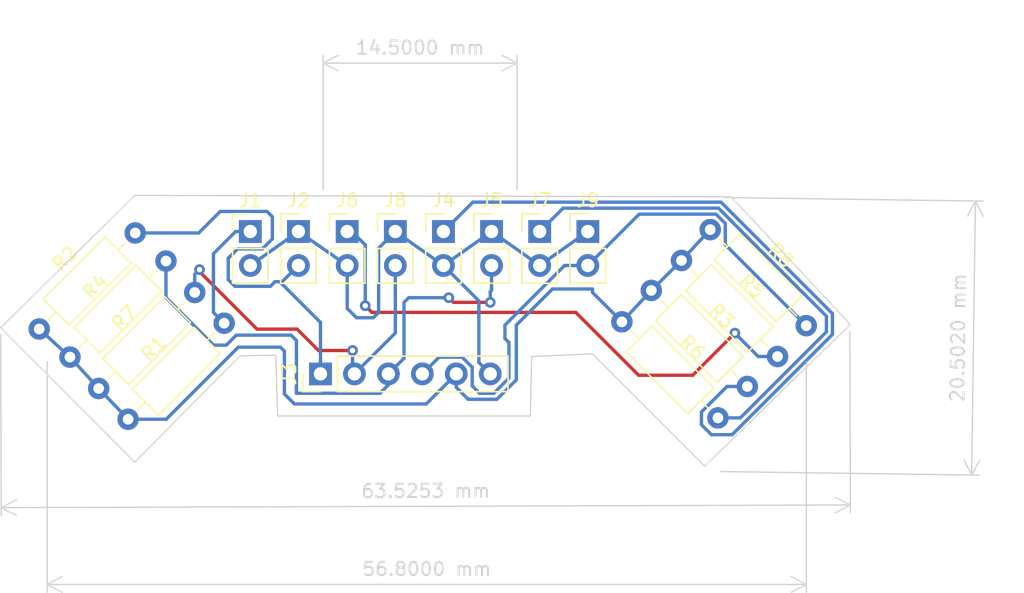
<source format=kicad_pcb>
(kicad_pcb (version 20211014) (generator pcbnew)
  (layers (0 "F.Cu" signal) (31 "B.Cu" signal) (34 "B.Paste" user) (35 "F.Paste" user) (36 "B.SilkS" user "B.Silkscreen") (37 "F.SilkS" user "F.Silkscreen") (38 "B.Mask" user) (39 "F.Mask" user) (44 "Edge.Cuts" user))
  (net 0 "")
  (net 1 "Net-(J1-Pad1)")
  (net 2 "GND")
  (net 3 "OUT1")
  (net 4 "VCC")
  (net 5 "OUT2")
  (net 6 "OUT3")
  (net 7 "OUT4")
  (net 8 "Net-(J4-Pad1)")
  (net 9 "Net-(J6-Pad1)")
  (net 10 "Net-(J7-Pad1)")
  (footprint "Connector_PinHeader_2.54mm:PinHeader_1x06_P2.54mm_Vertical" (layer "F.Cu") (at 175.55 93.95 90)
    (fp_text reference "J3" (at 0 -2.33 90) (layer "F.SilkS"))
    (fp_text value "Sensors_out_to_IR Coupler")
    (fp_line (start -1.33 -1.33) (end 0 -1.33) (layer "F.SilkS") (width 0.12))
    (fp_line (start -1.33 1.27) (end -1.33 14.03) (layer "F.SilkS") (width 0.12))
    (fp_line (start -1.33 14.03) (end 1.33 14.03) (layer "F.SilkS") (width 0.12))
    (fp_line (start 1.33 1.27) (end 1.33 14.03) (layer "F.SilkS") (width 0.12))
    (fp_line (start -1.33 1.27) (end 1.33 1.27) (layer "F.SilkS") (width 0.12))
    (fp_line (start -1.33 0) (end -1.33 -1.33) (layer "F.SilkS") (width 0.12))
    (pad "1" thru_hole rect (at 0 0 90) (size 1.7 1.7) (drill 1) (layers *.Cu *.Mask) (net 3 "OUT1"))
    (pad "2" thru_hole oval (at 0 2.54 90) (size 1.7 1.7) (drill 1) (layers *.Cu *.Mask) (net 5 "OUT2"))
    (pad "3" thru_hole oval (at 0 5.08 90) (size 1.7 1.7) (drill 1) (layers *.Cu *.Mask) (net 6 "OUT3"))
    (pad "4" thru_hole oval (at 0 7.62 90) (size 1.7 1.7) (drill 1) (layers *.Cu *.Mask) (net 7 "OUT4"))
    (pad "5" thru_hole oval (at 0 10.16 90) (size 1.7 1.7) (drill 1) (layers *.Cu *.Mask) (net 4 "VCC"))
    (pad "6" thru_hole oval (at 0 12.7 90) (size 1.7 1.7) (drill 1) (layers *.Cu *.Mask) (net 2 "GND"))
  )
  (footprint "Connector_PinHeader_2.54mm:PinHeader_1x02_P2.54mm_Vertical" (layer "F.Cu") (at 191.95 83.3)
    (fp_text reference "J7" (at 0 -2.33) (layer "F.SilkS"))
    (fp_text value "TX")
    (fp_line (start -1.33 0) (end -1.33 -1.33) (layer "F.SilkS") (width 0.12))
    (fp_line (start -1.33 3.87) (end 1.33 3.87) (layer "F.SilkS") (width 0.12))
    (fp_line (start 1.33 1.27) (end 1.33 3.87) (layer "F.SilkS") (width 0.12))
    (fp_line (start -1.33 1.27) (end -1.33 3.87) (layer "F.SilkS") (width 0.12))
    (fp_line (start -1.33 1.27) (end 1.33 1.27) (layer "F.SilkS") (width 0.12))
    (fp_line (start -1.33 -1.33) (end 0 -1.33) (layer "F.SilkS") (width 0.12))
    (pad "1" thru_hole rect (at 0 0) (size 1.7 1.7) (drill 1) (layers *.Cu *.Mask) (net 10 "Net-(J7-Pad1)"))
    (pad "2" thru_hole oval (at 0 2.54) (size 1.7 1.7) (drill 1) (layers *.Cu *.Mask) (net 2 "GND"))
  )
  (footprint "Resistor_THT:R_Axial_DIN0207_L6.3mm_D2.5mm_P10.16mm_Horizontal" (layer "F.Cu") (at 204.707898 83.157898 -45)
    (fp_text reference "R8" (at 5.08 -2.37 135) (layer "F.SilkS"))
    (fp_text value "10k")
    (fp_line (start 1.04 0) (end 1.81 0) (layer "F.SilkS") (width 0.12))
    (fp_line (start 1.81 -1.37) (end 1.81 1.37) (layer "F.SilkS") (width 0.12))
    (fp_line (start 8.35 1.37) (end 8.35 -1.37) (layer "F.SilkS") (width 0.12))
    (fp_line (start 1.81 1.37) (end 8.35 1.37) (layer "F.SilkS") (width 0.12))
    (fp_line (start 8.35 -1.37) (end 1.81 -1.37) (layer "F.SilkS") (width 0.12))
    (fp_line (start 9.12 0) (end 8.35 0) (layer "F.SilkS") (width 0.12))
    (pad "1" thru_hole circle (at 0 0 315) (size 1.6 1.6) (drill 0.8) (layers *.Cu *.Mask) (net 4 "VCC"))
    (pad "2" thru_hole oval (at 10.16 0 315) (size 1.6 1.6) (drill 0.8) (layers *.Cu *.Mask) (net 7 "OUT4"))
  )
  (footprint "Connector_PinHeader_2.54mm:PinHeader_1x02_P2.54mm_Vertical" (layer "F.Cu") (at 184.75 83.3)
    (fp_text reference "J4" (at 0 -2.33) (layer "F.SilkS"))
    (fp_text value "TX")
    (fp_line (start -1.33 1.27) (end -1.33 3.87) (layer "F.SilkS") (width 0.12))
    (fp_line (start 1.33 1.27) (end 1.33 3.87) (layer "F.SilkS") (width 0.12))
    (fp_line (start -1.33 -1.33) (end 0 -1.33) (layer "F.SilkS") (width 0.12))
    (fp_line (start -1.33 1.27) (end 1.33 1.27) (layer "F.SilkS") (width 0.12))
    (fp_line (start -1.33 0) (end -1.33 -1.33) (layer "F.SilkS") (width 0.12))
    (fp_line (start -1.33 3.87) (end 1.33 3.87) (layer "F.SilkS") (width 0.12))
    (pad "1" thru_hole rect (at 0 0) (size 1.7 1.7) (drill 1) (layers *.Cu *.Mask) (net 8 "Net-(J4-Pad1)"))
    (pad "2" thru_hole oval (at 0 2.54) (size 1.7 1.7) (drill 1) (layers *.Cu *.Mask) (net 2 "GND"))
  )
  (footprint "Resistor_THT:R_Axial_DIN0207_L6.3mm_D2.5mm_P10.16mm_Horizontal" (layer "F.Cu") (at 161.157898 97.342103 45)
    (fp_text reference "R1" (at 5.08 -2.37 45) (layer "F.SilkS"))
    (fp_text value "150")
    (fp_line (start 1.81 1.37) (end 8.35 1.37) (layer "F.SilkS") (width 0.12))
    (fp_line (start 9.12 0) (end 8.35 0) (layer "F.SilkS") (width 0.12))
    (fp_line (start 8.35 1.37) (end 8.35 -1.37) (layer "F.SilkS") (width 0.12))
    (fp_line (start 1.04 0) (end 1.81 0) (layer "F.SilkS") (width 0.12))
    (fp_line (start 8.35 -1.37) (end 1.81 -1.37) (layer "F.SilkS") (width 0.12))
    (fp_line (start 1.81 -1.37) (end 1.81 1.37) (layer "F.SilkS") (width 0.12))
    (pad "1" thru_hole circle (at 0 0 45) (size 1.6 1.6) (drill 0.8) (layers *.Cu *.Mask) (net 4 "VCC"))
    (pad "2" thru_hole oval (at 10.16 0 45) (size 1.6 1.6) (drill 0.8) (layers *.Cu *.Mask) (net 1 "Net-(J1-Pad1)"))
  )
  (footprint "Resistor_THT:R_Axial_DIN0207_L6.3mm_D2.5mm_P10.16mm_Horizontal" (layer "F.Cu") (at 200.3 87.707898 -45)
    (fp_text reference "R3" (at 5.08 -2.37 135) (layer "F.SilkS"))
    (fp_text value "150")
    (fp_line (start 1.81 -1.37) (end 1.81 1.37) (layer "F.SilkS") (width 0.12))
    (fp_line (start 8.35 1.37) (end 8.35 -1.37) (layer "F.SilkS") (width 0.12))
    (fp_line (start 8.35 -1.37) (end 1.81 -1.37) (layer "F.SilkS") (width 0.12))
    (fp_line (start 1.04 0) (end 1.81 0) (layer "F.SilkS") (width 0.12))
    (fp_line (start 9.12 0) (end 8.35 0) (layer "F.SilkS") (width 0.12))
    (fp_line (start 1.81 1.37) (end 8.35 1.37) (layer "F.SilkS") (width 0.12))
    (pad "1" thru_hole circle (at 0 0 315) (size 1.6 1.6) (drill 0.8) (layers *.Cu *.Mask) (net 4 "VCC"))
    (pad "2" thru_hole oval (at 10.16 0 315) (size 1.6 1.6) (drill 0.8) (layers *.Cu *.Mask) (net 8 "Net-(J4-Pad1)"))
  )
  (footprint "Connector_PinHeader_2.54mm:PinHeader_1x02_P2.54mm_Vertical" (layer "F.Cu") (at 173.9 83.3)
    (fp_text reference "J2" (at 0 -2.33) (layer "F.SilkS"))
    (fp_text value "RX")
    (fp_line (start -1.33 1.27) (end 1.33 1.27) (layer "F.SilkS") (width 0.12))
    (fp_line (start -1.33 3.87) (end 1.33 3.87) (layer "F.SilkS") (width 0.12))
    (fp_line (start 1.33 1.27) (end 1.33 3.87) (layer "F.SilkS") (width 0.12))
    (fp_line (start -1.33 0) (end -1.33 -1.33) (layer "F.SilkS") (width 0.12))
    (fp_line (start -1.33 -1.33) (end 0 -1.33) (layer "F.SilkS") (width 0.12))
    (fp_line (start -1.33 1.27) (end -1.33 3.87) (layer "F.SilkS") (width 0.12))
    (pad "1" thru_hole rect (at 0 0) (size 1.7 1.7) (drill 1) (layers *.Cu *.Mask) (net 2 "GND"))
    (pad "2" thru_hole oval (at 0 2.54) (size 1.7 1.7) (drill 1) (layers *.Cu *.Mask) (net 3 "OUT1"))
  )
  (footprint "Connector_PinHeader_2.54mm:PinHeader_1x02_P2.54mm_Vertical" (layer "F.Cu") (at 177.55 83.3)
    (fp_text reference "J6" (at 0 -2.33) (layer "F.SilkS"))
    (fp_text value "TX")
    (fp_line (start -1.33 1.27) (end 1.33 1.27) (layer "F.SilkS") (width 0.12))
    (fp_line (start -1.33 0) (end -1.33 -1.33) (layer "F.SilkS") (width 0.12))
    (fp_line (start -1.33 1.27) (end -1.33 3.87) (layer "F.SilkS") (width 0.12))
    (fp_line (start -1.33 -1.33) (end 0 -1.33) (layer "F.SilkS") (width 0.12))
    (fp_line (start -1.33 3.87) (end 1.33 3.87) (layer "F.SilkS") (width 0.12))
    (fp_line (start 1.33 1.27) (end 1.33 3.87) (layer "F.SilkS") (width 0.12))
    (pad "1" thru_hole rect (at 0 0) (size 1.7 1.7) (drill 1) (layers *.Cu *.Mask) (net 9 "Net-(J6-Pad1)"))
    (pad "2" thru_hole oval (at 0 2.54) (size 1.7 1.7) (drill 1) (layers *.Cu *.Mask) (net 2 "GND"))
  )
  (footprint "Resistor_THT:R_Axial_DIN0207_L6.3mm_D2.5mm_P10.16mm_Horizontal" (layer "F.Cu") (at 156.807898 92.692103 45)
    (fp_text reference "R4" (at 5.08 -2.37 45) (layer "F.SilkS"))
    (fp_text value "10k")
    (fp_line (start 1.81 -1.37) (end 1.81 1.37) (layer "F.SilkS") (width 0.12))
    (fp_line (start 9.12 0) (end 8.35 0) (layer "F.SilkS") (width 0.12))
    (fp_line (start 8.35 1.37) (end 8.35 -1.37) (layer "F.SilkS") (width 0.12))
    (fp_line (start 1.04 0) (end 1.81 0) (layer "F.SilkS") (width 0.12))
    (fp_line (start 1.81 1.37) (end 8.35 1.37) (layer "F.SilkS") (width 0.12))
    (fp_line (start 8.35 -1.37) (end 1.81 -1.37) (layer "F.SilkS") (width 0.12))
    (pad "1" thru_hole circle (at 0 0 45) (size 1.6 1.6) (drill 0.8) (layers *.Cu *.Mask) (net 4 "VCC"))
    (pad "2" thru_hole oval (at 10.16 0 45) (size 1.6 1.6) (drill 0.8) (layers *.Cu *.Mask) (net 6 "OUT3"))
  )
  (footprint "Resistor_THT:R_Axial_DIN0207_L6.3mm_D2.5mm_P10.16mm_Horizontal" (layer "F.Cu") (at 154.507898 90.592103 45)
    (fp_text reference "R2" (at 5.08 -2.37 45) (layer "F.SilkS"))
    (fp_text value "10k")
    (fp_line (start 9.12 0) (end 8.35 0) (layer "F.SilkS") (width 0.12))
    (fp_line (start 1.81 1.37) (end 8.35 1.37) (layer "F.SilkS") (width 0.12))
    (fp_line (start 8.35 1.37) (end 8.35 -1.37) (layer "F.SilkS") (width 0.12))
    (fp_line (start 1.04 0) (end 1.81 0) (layer "F.SilkS") (width 0.12))
    (fp_line (start 1.81 -1.37) (end 1.81 1.37) (layer "F.SilkS") (width 0.12))
    (fp_line (start 8.35 -1.37) (end 1.81 -1.37) (layer "F.SilkS") (width 0.12))
    (pad "1" thru_hole circle (at 0 0 45) (size 1.6 1.6) (drill 0.8) (layers *.Cu *.Mask) (net 4 "VCC"))
    (pad "2" thru_hole oval (at 10.16 0 45) (size 1.6 1.6) (drill 0.8) (layers *.Cu *.Mask) (net 3 "OUT1"))
  )
  (footprint "Resistor_THT:R_Axial_DIN0207_L6.3mm_D2.5mm_P10.16mm_Horizontal" (layer "F.Cu") (at 198.1 90.057898 -45)
    (fp_text reference "R6" (at 5.08 -2.37 135) (layer "F.SilkS"))
    (fp_text value "150")
    (fp_line (start 1.81 -1.37) (end 1.81 1.37) (layer "F.SilkS") (width 0.12))
    (fp_line (start 8.35 -1.37) (end 1.81 -1.37) (layer "F.SilkS") (width 0.12))
    (fp_line (start 1.04 0) (end 1.81 0) (layer "F.SilkS") (width 0.12))
    (fp_line (start 8.35 1.37) (end 8.35 -1.37) (layer "F.SilkS") (width 0.12))
    (fp_line (start 9.12 0) (end 8.35 0) (layer "F.SilkS") (width 0.12))
    (fp_line (start 1.81 1.37) (end 8.35 1.37) (layer "F.SilkS") (width 0.12))
    (pad "1" thru_hole circle (at 0 0 315) (size 1.6 1.6) (drill 0.8) (layers *.Cu *.Mask) (net 4 "VCC"))
    (pad "2" thru_hole oval (at 10.16 0 315) (size 1.6 1.6) (drill 0.8) (layers *.Cu *.Mask) (net 10 "Net-(J7-Pad1)"))
  )
  (footprint "Resistor_THT:R_Axial_DIN0207_L6.3mm_D2.5mm_P10.16mm_Horizontal" (layer "F.Cu") (at 202.557898 85.465796 -45)
    (fp_text reference "R5" (at 5.08 -2.37 135) (layer "F.SilkS"))
    (fp_text value "150")
    (fp_line (start 1.81 -1.37) (end 1.81 1.37) (layer "F.SilkS") (width 0.12))
    (fp_line (start 8.35 -1.37) (end 1.81 -1.37) (layer "F.SilkS") (width 0.12))
    (fp_line (start 8.35 1.37) (end 8.35 -1.37) (layer "F.SilkS") (width 0.12))
    (fp_line (start 9.12 0) (end 8.35 0) (layer "F.SilkS") (width 0.12))
    (fp_line (start 1.81 1.37) (end 8.35 1.37) (layer "F.SilkS") (width 0.12))
    (fp_line (start 1.04 0) (end 1.81 0) (layer "F.SilkS") (width 0.12))
    (pad "1" thru_hole circle (at 0 0 315) (size 1.6 1.6) (drill 0.8) (layers *.Cu *.Mask) (net 4 "VCC"))
    (pad "2" thru_hole oval (at 10.16 0 315) (size 1.6 1.6) (drill 0.8) (layers *.Cu *.Mask) (net 9 "Net-(J6-Pad1)"))
  )
  (footprint "Connector_PinHeader_2.54mm:PinHeader_1x02_P2.54mm_Vertical" (layer "F.Cu") (at 181.15 83.3)
    (fp_text reference "J8" (at 0 -2.33) (layer "F.SilkS"))
    (fp_text value "RX")
    (fp_line (start -1.33 0) (end -1.33 -1.33) (layer "F.SilkS") (width 0.12))
    (fp_line (start -1.33 1.27) (end -1.33 3.87) (layer "F.SilkS") (width 0.12))
    (fp_line (start -1.33 1.27) (end 1.33 1.27) (layer "F.SilkS") (width 0.12))
    (fp_line (start -1.33 3.87) (end 1.33 3.87) (layer "F.SilkS") (width 0.12))
    (fp_line (start -1.33 -1.33) (end 0 -1.33) (layer "F.SilkS") (width 0.12))
    (fp_line (start 1.33 1.27) (end 1.33 3.87) (layer "F.SilkS") (width 0.12))
    (pad "1" thru_hole rect (at 0 0) (size 1.7 1.7) (drill 1) (layers *.Cu *.Mask) (net 2 "GND"))
    (pad "2" thru_hole oval (at 0 2.54) (size 1.7 1.7) (drill 1) (layers *.Cu *.Mask) (net 5 "OUT2"))
  )
  (footprint "Connector_PinHeader_2.54mm:PinHeader_1x02_P2.54mm_Vertical" (layer "F.Cu") (at 170.3 83.3)
    (fp_text reference "J1" (at 0 -2.33) (layer "F.SilkS"))
    (fp_text value "TX")
    (fp_line (start 1.33 1.27) (end 1.33 3.87) (layer "F.SilkS") (width 0.12))
    (fp_line (start -1.33 1.27) (end -1.33 3.87) (layer "F.SilkS") (width 0.12))
    (fp_line (start -1.33 0) (end -1.33 -1.33) (layer "F.SilkS") (width 0.12))
    (fp_line (start -1.33 -1.33) (end 0 -1.33) (layer "F.SilkS") (width 0.12))
    (fp_line (start -1.33 1.27) (end 1.33 1.27) (layer "F.SilkS") (width 0.12))
    (fp_line (start -1.33 3.87) (end 1.33 3.87) (layer "F.SilkS") (width 0.12))
    (pad "1" thru_hole rect (at 0 0) (size 1.7 1.7) (drill 1) (layers *.Cu *.Mask) (net 1 "Net-(J1-Pad1)"))
    (pad "2" thru_hole oval (at 0 2.54) (size 1.7 1.7) (drill 1) (layers *.Cu *.Mask) (net 2 "GND"))
  )
  (footprint "Connector_PinHeader_2.54mm:PinHeader_1x02_P2.54mm_Vertical" (layer "F.Cu") (at 195.55 83.3)
    (fp_text reference "J9" (at 0 -2.33) (layer "F.SilkS"))
    (fp_text value "RX")
    (fp_line (start -1.33 -1.33) (end 0 -1.33) (layer "F.SilkS") (width 0.12))
    (fp_line (start -1.33 1.27) (end -1.33 3.87) (layer "F.SilkS") (width 0.12))
    (fp_line (start -1.33 0) (end -1.33 -1.33) (layer "F.SilkS") (width 0.12))
    (fp_line (start -1.33 3.87) (end 1.33 3.87) (layer "F.SilkS") (width 0.12))
    (fp_line (start 1.33 1.27) (end 1.33 3.87) (layer "F.SilkS") (width 0.12))
    (fp_line (start -1.33 1.27) (end 1.33 1.27) (layer "F.SilkS") (width 0.12))
    (pad "1" thru_hole rect (at 0 0) (size 1.7 1.7) (drill 1) (layers *.Cu *.Mask) (net 2 "GND"))
    (pad "2" thru_hole oval (at 0 2.54) (size 1.7 1.7) (drill 1) (layers *.Cu *.Mask) (net 7 "OUT4"))
  )
  (footprint "Connector_PinHeader_2.54mm:PinHeader_1x02_P2.54mm_Vertical" (layer "F.Cu") (at 188.35 83.3)
    (fp_text reference "J5" (at 0 -2.33) (layer "F.SilkS"))
    (fp_text value "RX")
    (fp_line (start 1.33 1.27) (end 1.33 3.87) (layer "F.SilkS") (width 0.12))
    (fp_line (start -1.33 1.27) (end -1.33 3.87) (layer "F.SilkS") (width 0.12))
    (fp_line (start -1.33 -1.33) (end 0 -1.33) (layer "F.SilkS") (width 0.12))
    (fp_line (start -1.33 1.27) (end 1.33 1.27) (layer "F.SilkS") (width 0.12))
    (fp_line (start -1.33 3.87) (end 1.33 3.87) (layer "F.SilkS") (width 0.12))
    (fp_line (start -1.33 0) (end -1.33 -1.33) (layer "F.SilkS") (width 0.12))
    (pad "1" thru_hole rect (at 0 0) (size 1.7 1.7) (drill 1) (layers *.Cu *.Mask) (net 2 "GND"))
    (pad "2" thru_hole oval (at 0 2.54) (size 1.7 1.7) (drill 1) (layers *.Cu *.Mask) (net 6 "OUT3"))
  )
  (footprint "Resistor_THT:R_Axial_DIN0207_L6.3mm_D2.5mm_P10.16mm_Horizontal" (layer "F.Cu") (at 158.957898 95.042103 45)
    (fp_text reference "R7" (at 5.08 -2.37 45) (layer "F.SilkS"))
    (fp_text value "10k")
    (fp_line (start 8.35 -1.37) (end 1.81 -1.37) (layer "F.SilkS") (width 0.12))
    (fp_line (start 8.35 1.37) (end 8.35 -1.37) (layer "F.SilkS") (width 0.12))
    (fp_line (start 1.81 -1.37) (end 1.81 1.37) (layer "F.SilkS") (width 0.12))
    (fp_line (start 9.12 0) (end 8.35 0) (layer "F.SilkS") (width 0.12))
    (fp_line (start 1.81 1.37) (end 8.35 1.37) (layer "F.SilkS") (width 0.12))
    (fp_line (start 1.04 0) (end 1.81 0) (layer "F.SilkS") (width 0.12))
    (pad "1" thru_hole circle (at 0 0 45) (size 1.6 1.6) (drill 0.8) (layers *.Cu *.Mask) (net 4 "VCC"))
    (pad "2" thru_hole oval (at 10.16 0 45) (size 1.6 1.6) (drill 0.8) (layers *.Cu *.Mask) (net 5 "OUT2"))
  )
  (gr_line (start 151.625 90.5) (end 161.65 80.6) (layer "Edge.Cuts") (width 0.1))
  (gr_line (start 161.65 80.6) (end 206.275 80.7) (layer "Edge.Cuts") (width 0.1))
  (gr_line (start 169.55 92.6) (end 172.2 92.55) (layer "Edge.Cuts") (width 0.1))
  (gr_line (start 172.2 92.55) (end 172.35 97.1) (layer "Edge.Cuts") (width 0.1))
  (gr_line (start 206.45 80.9) (end 215 90.05) (layer "Edge.Cuts") (width 0.1))
  (gr_line (start 215 90.05) (end 215.15 90.3) (layer "Edge.Cuts") (width 0.1))
  (gr_line (start 151.625 90.5) (end 161.5 100.4) (layer "Edge.Cuts") (width 0.1))
  (gr_line (start 206.45 80.9) (end 206.275 80.7) (layer "Edge.Cuts") (width 0.1))
  (gr_line (start 161.65 100.55) (end 169.55 92.6) (layer "Edge.Cuts") (width 0.1))
  (gr_line (start 191.35 92.65) (end 195.9 92.45) (layer "Edge.Cuts") (width 0.1))
  (gr_line (start 161.5 100.4) (end 161.65 100.55) (layer "Edge.Cuts") (width 0.1))
  (gr_line (start 204.3 100.85) (end 215.15 90.3) (layer "Edge.Cuts") (width 0.1))
  (gr_line (start 195.9 92.45) (end 204.2 100.75) (layer "Edge.Cuts") (width 0.1))
  (gr_line (start 204.2 100.75) (end 204.3 100.85) (layer "Edge.Cuts") (width 0.1))
  (gr_line (start 191.25 97.1) (end 191.35 92.65) (layer "Edge.Cuts") (width 0.1))
  (gr_line (start 172.35 97.1) (end 191.25 97.1) (layer "Edge.Cuts") (width 0.1))
  (dimension (type aligned) (layer "Edge.Cuts") (pts (xy 151.625 90.5) (xy 215.15 90.3)) (height 13.456544) (gr_text "63.5253 mm" (at 183.426245 102.706483 0.1803875331) (layer "Edge.Cuts") (effects (font (size 1 1) (thickness 0.15)))) (format (units 3) (units_format 1) (precision 4)) (style (thickness 0.1) (arrow_length 1.27) (text_position_mode 0) (extension_height 0.58642) (extension_offset 0.5) keep_text_aligned))
  (dimension (type aligned) (layer "Edge.Cuts") (pts (xy 175.75 80.65) (xy 190.25 80.65)) (height -9.95) (gr_text "14.5000 mm" (at 183 69.55) (layer "Edge.Cuts") (effects (font (size 1 1) (thickness 0.15)))) (format (units 3) (units_format 1) (precision 4)) (style (thickness 0.1) (arrow_length 1.27) (text_position_mode 0) (extension_height 0.58642) (extension_offset 0.5) keep_text_aligned))
  (dimension (type aligned) (layer "Edge.Cuts") (pts (xy 155.1 92.55) (xy 211.9 92.55)) (height 17.15) (gr_text "56.8000 mm" (at 183.5 108.55) (layer "Edge.Cuts") (effects (font (size 1 1) (thickness 0.15)))) (format (units 3) (units_format 1) (precision 4)) (style (thickness 0.1) (arrow_length 1.27) (text_position_mode 0) (extension_height 0.58642) (extension_offset 0.5) keep_text_aligned))
  (dimension (type aligned) (layer "Edge.Cuts") (pts (xy 205.25 80.75) (xy 204.966007 101.25)) (height -19.299457) (gr_text "20.5020 mm" (at 223.255719 91.251406 89.20631696) (layer "Edge.Cuts") (effects (font (size 1 1) (thickness 0.15)))) (format (units 3) (units_format 1) (precision 4)) (style (thickness 0.1) (arrow_length 1.27) (text_position_mode 0) (extension_height 0.58642) (extension_offset 0.5) keep_text_aligned))
  (segment (start 169.2 83.3) (end 167.542104 84.957896) (width 0.25) (layer "B.Cu") (net 1))
  (segment (start 167.542104 89.357899) (end 168.342103 90.157898) (width 0.25) (layer "B.Cu") (net 1))
  (segment (start 167.542104 84.957896) (end 167.542104 89.357899) (width 0.25) (layer "B.Cu") (net 1))
  (segment (start 170.3 83.3) (end 169.2 83.3) (width 0.25) (layer "B.Cu") (net 1))
  (segment (start 177.55 85.84) (end 177.55 89.05) (width 0.25) (layer "B.Cu") (net 2))
  (segment (start 188.35 83.3) (end 191.95 85.84) (width 0.25) (layer "B.Cu") (net 2))
  (segment (start 173.9 83.3) (end 177.55 85.84) (width 0.25) (layer "B.Cu") (net 2))
  (segment (start 179.9 84.55) (end 181.15 83.3) (width 0.25) (layer "B.Cu") (net 2))
  (segment (start 191.95 85.84) (end 195.55 83.3) (width 0.25) (layer "B.Cu") (net 2))
  (segment (start 188.25 93.95) (end 187.4 93.1) (width 0.25) (layer "B.Cu") (net 2))
  (segment (start 187.4 88.49) (end 184.75 85.84) (width 0.25) (layer "B.Cu") (net 2))
  (segment (start 179.9 89.35) (end 179.9 84.55) (width 0.25) (layer "B.Cu") (net 2))
  (segment (start 184.75 85.84) (end 188.35 83.3) (width 0.25) (layer "B.Cu") (net 2))
  (segment (start 181.15 83.3) (end 184.75 85.84) (width 0.25) (layer "B.Cu") (net 2))
  (segment (start 179.5 89.75) (end 179.9 89.35) (width 0.25) (layer "B.Cu") (net 2))
  (segment (start 177.55 89.05) (end 178.25 89.75) (width 0.25) (layer "B.Cu") (net 2))
  (segment (start 170.3 85.84) (end 173.9 83.3) (width 0.25) (layer "B.Cu") (net 2))
  (segment (start 178.25 89.75) (end 179.5 89.75) (width 0.25) (layer "B.Cu") (net 2))
  (segment (start 187.4 93.1) (end 187.4 88.49) (width 0.25) (layer "B.Cu") (net 2))
  (segment (start 168.05 81.8) (end 171.55 81.8) (width 0.25) (layer "B.Cu") (net 3))
  (segment (start 168.65 85.3) (end 168.65 86.9) (width 0.25) (layer "B.Cu") (net 3))
  (segment (start 168.65 86.9) (end 169.15 87.4) (width 0.25) (layer "B.Cu") (net 3))
  (segment (start 171.8 87.4) (end 172.15 87.05) (width 0.25) (layer "B.Cu") (net 3))
  (segment (start 166.442102 83.407898) (end 168.05 81.8) (width 0.25) (layer "B.Cu") (net 3))
  (segment (start 169.35 84.6) (end 168.65 85.3) (width 0.25) (layer "B.Cu") (net 3))
  (segment (start 161.692103 83.407898) (end 166.442102 83.407898) (width 0.25) (layer "B.Cu") (net 3))
  (segment (start 172.15 87.05) (end 172.5 87.05) (width 0.25) (layer "B.Cu") (net 3))
  (segment (start 172.69 87.05) (end 173.9 85.84) (width 0.25) (layer "B.Cu") (net 3))
  (segment (start 171.2 84.6) (end 169.35 84.6) (width 0.25) (layer "B.Cu") (net 3))
  (segment (start 175.55 90.1) (end 175.55 93.95) (width 0.25) (layer "B.Cu") (net 3))
  (segment (start 171.95 83.85) (end 171.2 84.6) (width 0.25) (layer "B.Cu") (net 3))
  (segment (start 172.5 87.05) (end 175.55 90.1) (width 0.25) (layer "B.Cu") (net 3))
  (segment (start 171.95 82.2) (end 171.95 83.85) (width 0.25) (layer "B.Cu") (net 3))
  (segment (start 171.55 81.8) (end 171.95 82.2) (width 0.25) (layer "B.Cu") (net 3))
  (segment (start 172.5 87.05) (end 172.69 87.05) (width 0.25) (layer "B.Cu") (net 3))
  (segment (start 169.15 87.4) (end 171.8 87.4) (width 0.25) (layer "B.Cu") (net 3))
  (segment (start 169.4 91.95) (end 172.55 91.95) (width 0.25) (layer "B.Cu") (net 4))
  (segment (start 200.3 87.707898) (end 198.1 90.057898) (width 0.25) (layer "B.Cu") (net 4))
  (segment (start 172.85 92.25) (end 172.85 95.45) (width 0.25) (layer "B.Cu") (net 4))
  (segment (start 173.6 96.2) (end 183.46 96.2) (width 0.25) (layer "B.Cu") (net 4))
  (segment (start 192.9 87.6) (end 195.9 87.6) (width 0.25) (layer "B.Cu") (net 4))
  (segment (start 156.807898 92.692103) (end 158.957898 95.042103) (width 0.25) (layer "B.Cu") (net 4))
  (segment (start 188.75 95.85) (end 190.2 94.4) (width 0.25) (layer "B.Cu") (net 4))
  (segment (start 164.007897 97.342103) (end 169.4 91.95) (width 0.25) (layer "B.Cu") (net 4))
  (segment (start 172.85 95.45) (end 173.6 96.2) (width 0.25) (layer "B.Cu") (net 4))
  (segment (start 204.707898 83.157898) (end 202.557898 85.465796) (width 0.25) (layer "B.Cu") (net 4))
  (segment (start 154.507898 90.592103) (end 156.807898 92.692103) (width 0.25) (layer "B.Cu") (net 4))
  (segment (start 185.71 94.96) (end 186.6 95.85) (width 0.25) (layer "B.Cu") (net 4))
  (segment (start 186.6 95.85) (end 188.75 95.85) (width 0.25) (layer "B.Cu") (net 4))
  (segment (start 190.2 90.3) (end 192.9 87.6) (width 0.25) (layer "B.Cu") (net 4))
  (segment (start 190.2 94.4) (end 190.2 90.3) (width 0.25) (layer "B.Cu") (net 4))
  (segment (start 202.557898 85.465796) (end 200.3 87.707898) (width 0.25) (layer "B.Cu") (net 4))
  (segment (start 185.71 93.95) (end 185.71 94.96) (width 0.25) (layer "B.Cu") (net 4))
  (segment (start 195.9 87.6) (end 195.9 87.857898) (width 0.25) (layer "B.Cu") (net 4))
  (segment (start 195.9 87.857898) (end 198.1 90.057898) (width 0.25) (layer "B.Cu") (net 4))
  (segment (start 172.55 91.95) (end 172.85 92.25) (width 0.25) (layer "B.Cu") (net 4))
  (segment (start 161.157898 97.342103) (end 164.007897 97.342103) (width 0.25) (layer "B.Cu") (net 4))
  (segment (start 183.46 96.2) (end 185.71 93.95) (width 0.25) (layer "B.Cu") (net 4))
  (segment (start 158.957898 95.042103) (end 161.157898 97.342103) (width 0.25) (layer "B.Cu") (net 4))
  (segment (start 166.5 86.3) (end 170.35 90.15) (width 0.25) (layer "F.Cu") (net 5))
  (segment (start 173.8 90.6) (end 175.25 92.05) (width 0.25) (layer "F.Cu") (net 5))
  (segment (start 175.25 92.05) (end 175.4 92.2) (width 0.25) (layer "F.Cu") (net 5))
  (segment (start 175.4 92.2) (end 177.95 92.2) (width 0.25) (layer "F.Cu") (net 5))
  (segment (start 170.8 90.6) (end 173.6 90.6) (width 0.25) (layer "F.Cu") (net 5))
  (segment (start 166.5 86.15) (end 166.5 86.3) (width 0.25) (layer "F.Cu") (net 5))
  (segment (start 173.6 90.6) (end 173.8 90.6) (width 0.25) (layer "F.Cu") (net 5))
  (segment (start 170.35 90.15) (end 170.8 90.6) (width 0.25) (layer "F.Cu") (net 5))
  (via (at 166.5 86.15) (size 0.8) (drill 0.4) (layers "F.Cu" "B.Cu") (net 5))
  (via (at 177.95 92.2) (size 0.8) (drill 0.4) (layers "F.Cu" "B.Cu") (net 5))
  (segment (start 166.142103 87.857898) (end 166.142103 86.507897) (width 0.25) (layer "B.Cu") (net 5))
  (segment (start 181.15 85.84) (end 181.15 90.89) (width 0.25) (layer "B.Cu") (net 5))
  (segment (start 177.95 93.81) (end 178.09 93.95) (width 0.25) (layer "B.Cu") (net 5))
  (segment (start 177.95 92.2) (end 177.95 93.81) (width 0.25) (layer "B.Cu") (net 5))
  (segment (start 166.142103 86.507897) (end 166.5 86.15) (width 0.25) (layer "B.Cu") (net 5))
  (segment (start 181.15 90.89) (end 178.09 93.95) (width 0.25) (layer "B.Cu") (net 5))
  (segment (start 185.5 88.6) (end 188.25 88.6) (width 0.25) (layer "F.Cu") (net 6))
  (segment (start 185.15 88.25) (end 185.5 88.6) (width 0.25) (layer "F.Cu") (net 6))
  (via (at 185.15 88.25) (size 0.8) (drill 0.4) (layers "F.Cu" "B.Cu") (net 6))
  (via (at 188.25 88.6) (size 0.8) (drill 0.4) (layers "F.Cu" "B.Cu") (net 6))
  (segment (start 168.5 91.8) (end 169.25 91.05) (width 0.25) (layer "B.Cu") (net 6))
  (segment (start 169.25 91.05) (end 173.35 91.05) (width 0.25) (layer "B.Cu") (net 6))
  (segment (start 167.55 91.8) (end 168.5 91.8) (width 0.25) (layer "B.Cu") (net 6))
  (segment (start 163.992103 85.507898) (end 163.992103 88.242103) (width 0.25) (layer "B.Cu") (net 6))
  (segment (start 182.15 88.25) (end 185.15 88.25) (width 0.25) (layer "B.Cu") (net 6))
  (segment (start 188.25 87.8) (end 188.35 87.7) (width 0.25) (layer "B.Cu") (net 6))
  (segment (start 180 95.4) (end 180.63 94.77) (width 0.25) (layer "B.Cu") (net 6))
  (segment (start 188.25 88.6) (end 188.25 87.8) (width 0.25) (layer "B.Cu") (net 6))
  (segment (start 180.63 93.95) (end 181.8 92.78) (width 0.25) (layer "B.Cu") (net 6))
  (segment (start 188.35 87.7) (end 188.35 85.84) (width 0.25) (layer "B.Cu") (net 6))
  (segment (start 180.63 94.77) (end 180.63 93.95) (width 0.25) (layer "B.Cu") (net 6))
  (segment (start 181.8 88.6) (end 182.15 88.25) (width 0.25) (layer "B.Cu") (net 6))
  (segment (start 181.8 92.78) (end 181.8 88.6) (width 0.25) (layer "B.Cu") (net 6))
  (segment (start 173.75 95.4) (end 180 95.4) (width 0.25) (layer "B.Cu") (net 6))
  (segment (start 163.992103 88.242103) (end 167.55 91.8) (width 0.25) (layer "B.Cu") (net 6))
  (segment (start 173.75 91.45) (end 173.75 95.4) (width 0.25) (layer "B.Cu") (net 6))
  (segment (start 173.35 91.05) (end 173.75 91.45) (width 0.25) (layer "B.Cu") (net 6))
  (segment (start 186.9 93.45) (end 186.15 92.7) (width 0.25) (layer "B.Cu") (net 7))
  (segment (start 188.513811 95.400499) (end 187.450499 95.400499) (width 0.25) (layer "B.Cu") (net 7))
  (segment (start 189.65 91.6) (end 189.65 94.26431) (width 0.25) (layer "B.Cu") (net 7))
  (segment (start 184.42 92.7) (end 183.17 93.95) (width 0.25) (layer "B.Cu") (net 7))
  (segment (start 186.15 92.7) (end 184.42 92.7) (width 0.25) (layer "B.Cu") (net 7))
  (segment (start 193.81 85.84) (end 189.35 90.3) (width 0.25) (layer "B.Cu") (net 7))
  (segment (start 199.390499 81.999501) (end 195.55 85.84) (width 0.25) (layer "B.Cu") (net 7))
  (segment (start 205.832898 84.282898) (end 205.832898 82.691907) (width 0.25) (layer "B.Cu") (net 7))
  (segment (start 189.65 94.26431) (end 188.513811 95.400499) (width 0.25) (layer "B.Cu") (net 7))
  (segment (start 205.832898 82.691907) (end 205.140492 81.999501) (width 0.25) (layer "B.Cu") (net 7))
  (segment (start 189.35 90.3) (end 189.35 91.3) (width 0.25) (layer "B.Cu") (net 7))
  (segment (start 186.9 94.85) (end 186.9 93.45) (width 0.25) (layer "B.Cu") (net 7))
  (segment (start 189.35 91.3) (end 189.65 91.6) (width 0.25) (layer "B.Cu") (net 7))
  (segment (start 205.140492 81.999501) (end 199.390499 81.999501) (width 0.25) (layer "B.Cu") (net 7))
  (segment (start 211.892103 90.342103) (end 205.832898 84.282898) (width 0.25) (layer "B.Cu") (net 7))
  (segment (start 187.450499 95.400499) (end 186.9 94.85) (width 0.25) (layer "B.Cu") (net 7))
  (segment (start 195.55 85.84) (end 193.81 85.84) (width 0.25) (layer "B.Cu") (net 7))
  (segment (start 204.05 96.8) (end 205.957897 94.892103) (width 0.25) (layer "B.Cu") (net 8))
  (segment (start 213.85 91) (end 206.35 98.5) (width 0.25) (layer "B.Cu") (net 8))
  (segment (start 205.512371 81.1) (end 213.85 89.437629) (width 0.25) (layer "B.Cu") (net 8))
  (segment (start 205.957897 94.892103) (end 207.484205 94.892103) (width 0.25) (layer "B.Cu") (net 8))
  (segment (start 204.8 98.5) (end 204.05 97.75) (width 0.25) (layer "B.Cu") (net 8))
  (segment (start 204.05 97.75) (end 204.05 96.8) (width 0.25) (layer "B.Cu") (net 8))
  (segment (start 186.95 81.1) (end 205.512371 81.1) (width 0.25) (layer "B.Cu") (net 8))
  (segment (start 206.35 98.5) (end 204.8 98.5) (width 0.25) (layer "B.Cu") (net 8))
  (segment (start 213.85 89.437629) (end 213.85 91) (width 0.25) (layer "B.Cu") (net 8))
  (segment (start 184.75 83.3) (end 186.95 81.1) (width 0.25) (layer "B.Cu") (net 8))
  (segment (start 194.65 89.35) (end 199.35 94.05) (width 0.25) (layer "F.Cu") (net 9))
  (segment (start 203.4 94.05) (end 206.55 90.9) (width 0.25) (layer "F.Cu") (net 9))
  (segment (start 199.35 94.05) (end 203.4 94.05) (width 0.25) (layer "F.Cu") (net 9))
  (segment (start 178.9 88.85) (end 179.4 89.35) (width 0.25) (layer "F.Cu") (net 9))
  (segment (start 179.4 89.35) (end 194.65 89.35) (width 0.25) (layer "F.Cu") (net 9))
  (via (at 178.9 88.85) (size 0.8) (drill 0.4) (layers "F.Cu" "B.Cu") (net 9))
  (via (at 206.55 90.9) (size 0.8) (drill 0.4) (layers "F.Cu" "B.Cu") (net 9))
  (segment (start 208.300001 92.650001) (end 209.742103 92.650001) (width 0.25) (layer "B.Cu") (net 9))
  (segment (start 177.55 83.3) (end 177.9 83.3) (width 0.25) (layer "B.Cu") (net 9))
  (segment (start 178.6 84) (end 178.9 84.3) (width 0.25) (layer "B.Cu") (net 9))
  (segment (start 178.9 84.3) (end 178.9 88.85) (width 0.25) (layer "B.Cu") (net 9))
  (segment (start 177.9 83.3) (end 178.6 84) (width 0.25) (layer "B.Cu") (net 9))
  (segment (start 206.55 90.9) (end 208.300001 92.650001) (width 0.25) (layer "B.Cu") (net 9))
  (segment (start 206.957897 97.242103) (end 213.4 90.8) (width 0.25) (layer "B.Cu") (net 10))
  (segment (start 213.4 89.63569) (end 206.282399 82.518089) (width 0.25) (layer "B.Cu") (net 10))
  (segment (start 193.7 81.55) (end 191.95 83.3) (width 0.25) (layer "B.Cu") (net 10))
  (segment (start 206.282399 82.518089) (end 206.282399 82.505718) (width 0.25) (layer "B.Cu") (net 10))
  (segment (start 213.4 90.8) (end 213.4 89.63569) (width 0.25) (layer "B.Cu") (net 10))
  (segment (start 205.326681 81.55) (end 193.7 81.55) (width 0.25) (layer "B.Cu") (net 10))
  (segment (start 206.282399 82.505718) (end 205.326681 81.55) (width 0.25) (layer "B.Cu") (net 10))
  (segment (start 205.284205 97.242103) (end 206.957897 97.242103) (width 0.25) (layer "B.Cu") (net 10))
)
</source>
